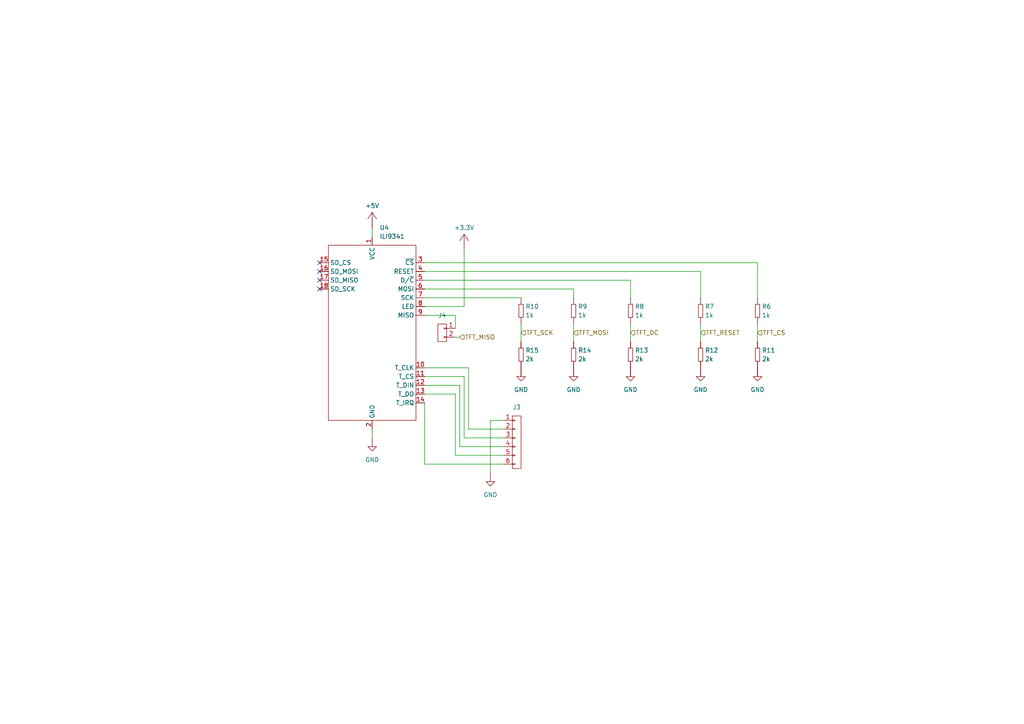
<source format=kicad_sch>
(kicad_sch
	(version 20250114)
	(generator "eeschema")
	(generator_version "9.0")
	(uuid "d1365c43-0c79-4af1-86ff-fbb3117989de")
	(paper "A4")
	(lib_symbols
		(symbol "common:Resistor"
			(pin_numbers
				(hide yes)
			)
			(exclude_from_sim no)
			(in_bom yes)
			(on_board yes)
			(property "Reference" "R"
				(at 0 -2 0)
				(effects
					(font
						(size 1.27 1.27)
					)
				)
			)
			(property "Value" "Ohm"
				(at 0 2 0)
				(effects
					(font
						(size 1.27 1.27)
					)
				)
			)
			(property "Footprint" ""
				(at 0 0 0)
				(effects
					(font
						(size 1.27 1.27)
					)
					(hide yes)
				)
			)
			(property "Datasheet" ""
				(at 0 0 0)
				(effects
					(font
						(size 1.27 1.27)
					)
					(hide yes)
				)
			)
			(property "Description" "Resistor"
				(at 0 -3.5 0)
				(effects
					(font
						(size 1.27 1.27)
					)
					(hide yes)
				)
			)
			(symbol "Resistor_0_1"
				(rectangle
					(start -1.905 0.635)
					(end 1.905 -0.635)
					(stroke
						(width 0)
						(type default)
					)
					(fill
						(type none)
					)
				)
			)
			(symbol "Resistor_1_1"
				(pin passive line
					(at -3.81 0 0)
					(length 1.9)
					(name "~"
						(effects
							(font
								(size 1.27 1.27)
							)
						)
					)
					(number "1"
						(effects
							(font
								(size 1.27 1.27)
							)
						)
					)
				)
				(pin passive line
					(at 3.81 0 180)
					(length 1.9)
					(name "~"
						(effects
							(font
								(size 1.27 1.27)
							)
						)
					)
					(number "2"
						(effects
							(font
								(size 1.27 1.27)
							)
						)
					)
				)
			)
			(embedded_fonts no)
		)
		(symbol "connector:Pin_01x02"
			(exclude_from_sim no)
			(in_bom yes)
			(on_board yes)
			(property "Reference" "J"
				(at 0 0 0)
				(effects
					(font
						(size 1.27 1.27)
					)
				)
			)
			(property "Value" "~"
				(at 0 -3.5 0)
				(effects
					(font
						(size 1.27 1.27)
					)
					(hide yes)
				)
			)
			(property "Footprint" ""
				(at 0 0 0)
				(effects
					(font
						(size 1.27 1.27)
					)
					(hide yes)
				)
			)
			(property "Datasheet" ""
				(at 0 0 0)
				(effects
					(font
						(size 1.27 1.27)
					)
					(hide yes)
				)
			)
			(property "Description" "Generic Pin 01x02"
				(at 0 -5 0)
				(effects
					(font
						(size 1.27 1.27)
					)
					(hide yes)
				)
			)
			(symbol "Pin_01x02_0_1"
				(rectangle
					(start -1.27 2.54)
					(end 1.27 -2.54)
					(stroke
						(width 0)
						(type default)
					)
					(fill
						(type none)
					)
				)
				(polyline
					(pts
						(xy 1.27 1.397) (xy 0.508 1.397) (xy 0.508 1.143) (xy 1.27 1.143)
					)
					(stroke
						(width 0)
						(type default)
					)
					(fill
						(type none)
					)
				)
				(polyline
					(pts
						(xy 1.27 -1.143) (xy 0.508 -1.143) (xy 0.508 -1.397) (xy 1.27 -1.397)
					)
					(stroke
						(width 0)
						(type default)
					)
					(fill
						(type none)
					)
				)
			)
			(symbol "Pin_01x02_1_1"
				(pin passive line
					(at 3.81 1.27 180)
					(length 2.54)
					(name "~"
						(effects
							(font
								(size 1.27 1.27)
							)
						)
					)
					(number "1"
						(effects
							(font
								(size 1.27 1.27)
							)
						)
					)
				)
				(pin passive line
					(at 3.81 -1.27 180)
					(length 2.54)
					(name "~"
						(effects
							(font
								(size 1.27 1.27)
							)
						)
					)
					(number "2"
						(effects
							(font
								(size 1.27 1.27)
							)
						)
					)
				)
			)
			(embedded_fonts no)
		)
		(symbol "connector:Pin_01x06"
			(exclude_from_sim no)
			(in_bom yes)
			(on_board yes)
			(property "Reference" "J"
				(at 0 0 0)
				(effects
					(font
						(size 1.27 1.27)
					)
				)
			)
			(property "Value" "~"
				(at 0 -8.5 0)
				(effects
					(font
						(size 1.27 1.27)
					)
					(hide yes)
				)
			)
			(property "Footprint" ""
				(at 0 0 0)
				(effects
					(font
						(size 1.27 1.27)
					)
					(hide yes)
				)
			)
			(property "Datasheet" ""
				(at 0 0 0)
				(effects
					(font
						(size 1.27 1.27)
					)
					(hide yes)
				)
			)
			(property "Description" "Generic Pin 01x06"
				(at 0 -10 0)
				(effects
					(font
						(size 1.27 1.27)
					)
					(hide yes)
				)
			)
			(symbol "Pin_01x06_0_1"
				(rectangle
					(start -1.27 7.62)
					(end 1.27 -7.62)
					(stroke
						(width 0)
						(type default)
					)
					(fill
						(type none)
					)
				)
				(polyline
					(pts
						(xy 1.27 6.477) (xy 0.508 6.477) (xy 0.508 6.223) (xy 1.27 6.223)
					)
					(stroke
						(width 0)
						(type default)
					)
					(fill
						(type none)
					)
				)
				(polyline
					(pts
						(xy 1.27 3.937) (xy 0.508 3.937) (xy 0.508 3.683) (xy 1.27 3.683)
					)
					(stroke
						(width 0)
						(type default)
					)
					(fill
						(type none)
					)
				)
				(polyline
					(pts
						(xy 1.27 1.397) (xy 0.508 1.397) (xy 0.508 1.143) (xy 1.27 1.143)
					)
					(stroke
						(width 0)
						(type default)
					)
					(fill
						(type none)
					)
				)
				(polyline
					(pts
						(xy 1.27 -1.143) (xy 0.508 -1.143) (xy 0.508 -1.397) (xy 1.27 -1.397)
					)
					(stroke
						(width 0)
						(type default)
					)
					(fill
						(type none)
					)
				)
				(polyline
					(pts
						(xy 1.27 -3.683) (xy 0.508 -3.683) (xy 0.508 -3.937) (xy 1.27 -3.937)
					)
					(stroke
						(width 0)
						(type default)
					)
					(fill
						(type none)
					)
				)
				(polyline
					(pts
						(xy 1.27 -6.223) (xy 0.508 -6.223) (xy 0.508 -6.477) (xy 1.27 -6.477)
					)
					(stroke
						(width 0)
						(type default)
					)
					(fill
						(type none)
					)
				)
			)
			(symbol "Pin_01x06_1_1"
				(pin passive line
					(at 3.81 6.35 180)
					(length 2.54)
					(name "~"
						(effects
							(font
								(size 1.27 1.27)
							)
						)
					)
					(number "1"
						(effects
							(font
								(size 1.27 1.27)
							)
						)
					)
				)
				(pin passive line
					(at 3.81 3.81 180)
					(length 2.54)
					(name "~"
						(effects
							(font
								(size 1.27 1.27)
							)
						)
					)
					(number "2"
						(effects
							(font
								(size 1.27 1.27)
							)
						)
					)
				)
				(pin passive line
					(at 3.81 1.27 180)
					(length 2.54)
					(name "~"
						(effects
							(font
								(size 1.27 1.27)
							)
						)
					)
					(number "3"
						(effects
							(font
								(size 1.27 1.27)
							)
						)
					)
				)
				(pin passive line
					(at 3.81 -1.27 180)
					(length 2.54)
					(name "~"
						(effects
							(font
								(size 1.27 1.27)
							)
						)
					)
					(number "4"
						(effects
							(font
								(size 1.27 1.27)
							)
						)
					)
				)
				(pin passive line
					(at 3.81 -3.81 180)
					(length 2.54)
					(name "~"
						(effects
							(font
								(size 1.27 1.27)
							)
						)
					)
					(number "5"
						(effects
							(font
								(size 1.27 1.27)
							)
						)
					)
				)
				(pin passive line
					(at 3.81 -6.35 180)
					(length 2.54)
					(name "~"
						(effects
							(font
								(size 1.27 1.27)
							)
						)
					)
					(number "6"
						(effects
							(font
								(size 1.27 1.27)
							)
						)
					)
				)
			)
			(embedded_fonts no)
		)
		(symbol "display:ILI9341"
			(exclude_from_sim no)
			(in_bom yes)
			(on_board yes)
			(property "Reference" "U"
				(at -11.43 26.924 0)
				(effects
					(font
						(size 1.27 1.27)
					)
				)
			)
			(property "Value" "ILI9341"
				(at 9.144 27.432 0)
				(effects
					(font
						(size 1.27 1.27)
					)
				)
			)
			(property "Footprint" ""
				(at 0 0 0)
				(effects
					(font
						(size 1.27 1.27)
					)
					(hide yes)
				)
			)
			(property "Datasheet" "https://cdn-shop.adafruit.com/datasheets/ILI9341.pdf"
				(at 1.016 -42.926 0)
				(effects
					(font
						(size 1.27 1.27)
					)
					(hide yes)
				)
			)
			(property "Description" "3.2 TFT SPI 240x320"
				(at 0.508 -39.37 0)
				(effects
					(font
						(size 1.27 1.27)
					)
					(hide yes)
				)
			)
			(symbol "ILI9341_0_0"
				(pin bidirectional line
					(at -15.24 20.32 0)
					(length 2.54)
					(name "SD_CS"
						(effects
							(font
								(size 1.27 1.27)
							)
						)
					)
					(number "15"
						(effects
							(font
								(size 1.27 1.27)
							)
						)
					)
				)
				(pin bidirectional line
					(at -15.24 17.78 0)
					(length 2.54)
					(name "SD_MOSI"
						(effects
							(font
								(size 1.27 1.27)
							)
						)
					)
					(number "16"
						(effects
							(font
								(size 1.27 1.27)
							)
						)
					)
				)
				(pin bidirectional line
					(at -15.24 15.24 0)
					(length 2.54)
					(name "SD_MISO"
						(effects
							(font
								(size 1.27 1.27)
							)
						)
					)
					(number "17"
						(effects
							(font
								(size 1.27 1.27)
							)
						)
					)
				)
				(pin bidirectional line
					(at -15.24 12.7 0)
					(length 2.54)
					(name "SD_SCK"
						(effects
							(font
								(size 1.27 1.27)
							)
						)
					)
					(number "18"
						(effects
							(font
								(size 1.27 1.27)
							)
						)
					)
				)
				(pin power_in line
					(at 0 27.94 270)
					(length 2.54)
					(name "VCC"
						(effects
							(font
								(size 1.27 1.27)
							)
						)
					)
					(number "1"
						(effects
							(font
								(size 1.27 1.27)
							)
						)
					)
				)
				(pin power_in line
					(at 0 -27.94 90)
					(length 2.54)
					(name "GND"
						(effects
							(font
								(size 1.27 1.27)
							)
						)
					)
					(number "2"
						(effects
							(font
								(size 1.27 1.27)
							)
						)
					)
				)
				(pin input line
					(at 15.24 20.32 180)
					(length 2.54)
					(name "~{CS}"
						(effects
							(font
								(size 1.27 1.27)
							)
						)
					)
					(number "3"
						(effects
							(font
								(size 1.27 1.27)
							)
						)
					)
				)
				(pin input line
					(at 15.24 17.78 180)
					(length 2.54)
					(name "RESET"
						(effects
							(font
								(size 1.27 1.27)
							)
						)
					)
					(number "4"
						(effects
							(font
								(size 1.27 1.27)
							)
						)
					)
				)
				(pin input line
					(at 15.24 15.24 180)
					(length 2.54)
					(name "D/~{C}"
						(effects
							(font
								(size 1.27 1.27)
							)
						)
					)
					(number "5"
						(effects
							(font
								(size 1.27 1.27)
							)
						)
					)
				)
				(pin input line
					(at 15.24 12.7 180)
					(length 2.54)
					(name "MOSI"
						(effects
							(font
								(size 1.27 1.27)
							)
						)
					)
					(number "6"
						(effects
							(font
								(size 1.27 1.27)
							)
						)
					)
				)
				(pin input line
					(at 15.24 10.16 180)
					(length 2.54)
					(name "SCK"
						(effects
							(font
								(size 1.27 1.27)
							)
						)
					)
					(number "7"
						(effects
							(font
								(size 1.27 1.27)
							)
						)
					)
				)
				(pin input line
					(at 15.24 7.62 180)
					(length 2.54)
					(name "LED"
						(effects
							(font
								(size 1.27 1.27)
							)
						)
					)
					(number "8"
						(effects
							(font
								(size 1.27 1.27)
							)
						)
					)
				)
				(pin output line
					(at 15.24 5.08 180)
					(length 2.54)
					(name "MISO"
						(effects
							(font
								(size 1.27 1.27)
							)
						)
					)
					(number "9"
						(effects
							(font
								(size 1.27 1.27)
							)
						)
					)
				)
				(pin input line
					(at 15.24 -10.16 180)
					(length 2.54)
					(name "T_CLK"
						(effects
							(font
								(size 1.27 1.27)
							)
						)
					)
					(number "10"
						(effects
							(font
								(size 1.27 1.27)
							)
						)
					)
				)
				(pin input line
					(at 15.24 -12.7 180)
					(length 2.54)
					(name "T_CS"
						(effects
							(font
								(size 1.27 1.27)
							)
						)
					)
					(number "11"
						(effects
							(font
								(size 1.27 1.27)
							)
						)
					)
				)
				(pin bidirectional line
					(at 15.24 -15.24 180)
					(length 2.54)
					(name "T_DIN"
						(effects
							(font
								(size 1.27 1.27)
							)
						)
					)
					(number "12"
						(effects
							(font
								(size 1.27 1.27)
							)
						)
					)
				)
				(pin bidirectional line
					(at 15.24 -17.78 180)
					(length 2.54)
					(name "T_DO"
						(effects
							(font
								(size 1.27 1.27)
							)
						)
					)
					(number "13"
						(effects
							(font
								(size 1.27 1.27)
							)
						)
					)
				)
				(pin bidirectional line
					(at 15.24 -20.32 180)
					(length 2.54)
					(name "T_IRQ"
						(effects
							(font
								(size 1.27 1.27)
							)
						)
					)
					(number "14"
						(effects
							(font
								(size 1.27 1.27)
							)
						)
					)
				)
			)
			(symbol "ILI9341_0_1"
				(rectangle
					(start -12.7 25.4)
					(end 12.7 -25.4)
					(stroke
						(width 0)
						(type default)
					)
					(fill
						(type none)
					)
				)
			)
			(embedded_fonts no)
		)
		(symbol "pwr:+3.3V"
			(power)
			(pin_numbers
				(hide yes)
			)
			(exclude_from_sim no)
			(in_bom no)
			(on_board no)
			(property "Reference" "#3V3"
				(at 0 5 0)
				(effects
					(font
						(size 1.27 1.27)
					)
					(hide yes)
				)
			)
			(property "Value" "3V3"
				(at 0 3 0)
				(effects
					(font
						(size 1.27 1.27)
					)
				)
			)
			(property "Footprint" ""
				(at 0 0 0)
				(effects
					(font
						(size 1.27 1.27)
					)
					(hide yes)
				)
			)
			(property "Datasheet" ""
				(at 0 0 0)
				(effects
					(font
						(size 1.27 1.27)
					)
					(hide yes)
				)
			)
			(property "Description" "+3.3V"
				(at 0 -13 0)
				(effects
					(font
						(size 1.27 1.27)
					)
					(hide yes)
				)
			)
			(symbol "+3.3V_0_1"
				(polyline
					(pts
						(xy 0 1.905) (xy -1.27 0)
					)
					(stroke
						(width 0)
						(type default)
					)
					(fill
						(type none)
					)
				)
				(polyline
					(pts
						(xy 0 1.905) (xy 1.27 0)
					)
					(stroke
						(width 0)
						(type default)
					)
					(fill
						(type none)
					)
				)
				(polyline
					(pts
						(xy 0 0) (xy 0 1.905)
					)
					(stroke
						(width 0)
						(type default)
					)
					(fill
						(type none)
					)
				)
			)
			(symbol "+3.3V_1_1"
				(pin power_in line
					(at 0 -2.54 90)
					(length 2.54)
					(name "~"
						(effects
							(font
								(size 1.27 1.27)
							)
						)
					)
					(number "1"
						(effects
							(font
								(size 1.27 1.27)
							)
						)
					)
				)
			)
			(embedded_fonts no)
		)
		(symbol "pwr:+5V"
			(power)
			(pin_numbers
				(hide yes)
			)
			(exclude_from_sim no)
			(in_bom no)
			(on_board no)
			(property "Reference" "#5V"
				(at 0 5 0)
				(effects
					(font
						(size 1.27 1.27)
					)
					(hide yes)
				)
			)
			(property "Value" "5V"
				(at 0 3 0)
				(effects
					(font
						(size 1.27 1.27)
					)
				)
			)
			(property "Footprint" ""
				(at 0 0 0)
				(effects
					(font
						(size 1.27 1.27)
					)
					(hide yes)
				)
			)
			(property "Datasheet" ""
				(at 0 0 0)
				(effects
					(font
						(size 1.27 1.27)
					)
					(hide yes)
				)
			)
			(property "Description" "+5V"
				(at 0 -13 0)
				(effects
					(font
						(size 1.27 1.27)
					)
					(hide yes)
				)
			)
			(symbol "+5V_0_1"
				(polyline
					(pts
						(xy 0 1.905) (xy -1.27 0)
					)
					(stroke
						(width 0)
						(type default)
					)
					(fill
						(type none)
					)
				)
				(polyline
					(pts
						(xy 0 1.905) (xy 1.27 0)
					)
					(stroke
						(width 0)
						(type default)
					)
					(fill
						(type none)
					)
				)
				(polyline
					(pts
						(xy 0 0) (xy 0 1.905)
					)
					(stroke
						(width 0)
						(type default)
					)
					(fill
						(type none)
					)
				)
			)
			(symbol "+5V_1_1"
				(pin power_in line
					(at 0 -2.54 90)
					(length 2.54)
					(name "~"
						(effects
							(font
								(size 1.27 1.27)
							)
						)
					)
					(number "1"
						(effects
							(font
								(size 1.27 1.27)
							)
						)
					)
				)
			)
			(embedded_fonts no)
		)
		(symbol "pwr:GND"
			(power)
			(pin_numbers
				(hide yes)
			)
			(exclude_from_sim no)
			(in_bom no)
			(on_board no)
			(property "Reference" "#GND"
				(at 0 13 0)
				(effects
					(font
						(size 1.27 1.27)
					)
					(hide yes)
				)
			)
			(property "Value" "GND"
				(at 0 -2.5 0)
				(effects
					(font
						(size 1.27 1.27)
					)
				)
			)
			(property "Footprint" ""
				(at 0 0 0)
				(effects
					(font
						(size 1.27 1.27)
					)
					(hide yes)
				)
			)
			(property "Datasheet" ""
				(at 0 0 0)
				(effects
					(font
						(size 1.27 1.27)
					)
					(hide yes)
				)
			)
			(property "Description" "Ground"
				(at 0 -4.5 0)
				(effects
					(font
						(size 1.27 1.27)
					)
					(hide yes)
				)
			)
			(symbol "GND_0_1"
				(polyline
					(pts
						(xy 0 0) (xy 1.27 0) (xy 0 -1.27) (xy -1.27 0) (xy 0 0)
					)
					(stroke
						(width 0)
						(type default)
					)
					(fill
						(type none)
					)
				)
			)
			(symbol "GND_1_1"
				(pin power_in line
					(at 0 2.54 270)
					(length 2.54)
					(name "~"
						(effects
							(font
								(size 1.27 1.27)
							)
						)
					)
					(number "1"
						(effects
							(font
								(size 1.27 1.27)
							)
						)
					)
				)
			)
			(embedded_fonts no)
		)
	)
	(no_connect
		(at 92.71 78.74)
		(uuid "752c4acc-84e8-4e33-a0a7-67f714478289")
	)
	(no_connect
		(at 92.71 83.82)
		(uuid "ae6952b8-15ee-4f13-ac0a-1b8091ea2988")
	)
	(no_connect
		(at 92.71 76.2)
		(uuid "e055e859-8ddb-4c03-a75e-32d7520f57df")
	)
	(no_connect
		(at 92.71 81.28)
		(uuid "ef375d4e-5ccc-4174-b04f-1fa1b9c8c880")
	)
	(wire
		(pts
			(xy 132.08 132.08) (xy 146.05 132.08)
		)
		(stroke
			(width 0)
			(type default)
		)
		(uuid "0447f9da-c49c-4b2e-938d-8c650aad3c94")
	)
	(wire
		(pts
			(xy 123.19 116.84) (xy 123.19 134.62)
		)
		(stroke
			(width 0)
			(type default)
		)
		(uuid "0539e081-5d2a-45d2-9af0-390f159a19fc")
	)
	(wire
		(pts
			(xy 123.19 106.68) (xy 135.89 106.68)
		)
		(stroke
			(width 0)
			(type default)
		)
		(uuid "079ee77d-38e8-4777-b07a-4aec5b104e5c")
	)
	(wire
		(pts
			(xy 134.62 127) (xy 146.05 127)
		)
		(stroke
			(width 0)
			(type default)
		)
		(uuid "0e2ed8fa-3be7-4720-89e7-b113801d393e")
	)
	(wire
		(pts
			(xy 134.62 72.39) (xy 134.62 88.9)
		)
		(stroke
			(width 0)
			(type default)
		)
		(uuid "1860a352-b6bb-40f6-b50e-1138bcdda73e")
	)
	(wire
		(pts
			(xy 134.62 109.22) (xy 134.62 127)
		)
		(stroke
			(width 0)
			(type default)
		)
		(uuid "1917e45d-0345-4c20-8145-b95972126a16")
	)
	(wire
		(pts
			(xy 166.37 86.36) (xy 166.37 83.82)
		)
		(stroke
			(width 0)
			(type default)
		)
		(uuid "216730f9-4167-4988-8e37-b112b3ccc5a1")
	)
	(wire
		(pts
			(xy 123.19 76.2) (xy 219.71 76.2)
		)
		(stroke
			(width 0)
			(type default)
		)
		(uuid "23fa22ce-8fe4-4b7c-a2e8-c44e9bb37395")
	)
	(wire
		(pts
			(xy 123.19 134.62) (xy 146.05 134.62)
		)
		(stroke
			(width 0)
			(type default)
		)
		(uuid "36c83fac-792d-4974-9342-328c0f3690f2")
	)
	(wire
		(pts
			(xy 107.95 127) (xy 107.95 124.46)
		)
		(stroke
			(width 0)
			(type default)
		)
		(uuid "3baca3cb-b274-4707-9dd1-beacfdd28e38")
	)
	(wire
		(pts
			(xy 203.2 86.36) (xy 203.2 78.74)
		)
		(stroke
			(width 0)
			(type default)
		)
		(uuid "3fdd2dc5-dec4-4a93-bacf-3b5c09e98152")
	)
	(wire
		(pts
			(xy 132.08 114.3) (xy 132.08 132.08)
		)
		(stroke
			(width 0)
			(type default)
		)
		(uuid "46358ec5-e8ad-4a7f-be08-7e975c1561e0")
	)
	(wire
		(pts
			(xy 135.89 106.68) (xy 135.89 124.46)
		)
		(stroke
			(width 0)
			(type default)
		)
		(uuid "46b0a2ed-9034-44c6-9842-ce38f1299b4e")
	)
	(wire
		(pts
			(xy 135.89 124.46) (xy 146.05 124.46)
		)
		(stroke
			(width 0)
			(type default)
		)
		(uuid "4a4d3cdf-846c-46cc-8ed3-b24cebbfd40e")
	)
	(wire
		(pts
			(xy 133.35 97.79) (xy 132.08 97.79)
		)
		(stroke
			(width 0)
			(type default)
		)
		(uuid "67a8d626-8bb4-49af-ab05-3c5726c592cd")
	)
	(wire
		(pts
			(xy 219.71 93.98) (xy 219.71 99.06)
		)
		(stroke
			(width 0)
			(type default)
		)
		(uuid "6c061fdc-8e35-4884-8080-300bca19ee9e")
	)
	(wire
		(pts
			(xy 123.19 83.82) (xy 166.37 83.82)
		)
		(stroke
			(width 0)
			(type default)
		)
		(uuid "72ef5d2b-1a14-4c01-85e4-4c7236436149")
	)
	(wire
		(pts
			(xy 182.88 93.98) (xy 182.88 99.06)
		)
		(stroke
			(width 0)
			(type default)
		)
		(uuid "7b789d38-508e-4d58-8dd5-25f3b603ded1")
	)
	(wire
		(pts
			(xy 123.19 88.9) (xy 134.62 88.9)
		)
		(stroke
			(width 0)
			(type default)
		)
		(uuid "7bf1a93e-e959-4323-8f91-6eef870ee0a6")
	)
	(wire
		(pts
			(xy 182.88 86.36) (xy 182.88 81.28)
		)
		(stroke
			(width 0)
			(type default)
		)
		(uuid "7ea336a9-97bb-4935-9a6c-81521993e640")
	)
	(wire
		(pts
			(xy 142.24 137.16) (xy 142.24 121.92)
		)
		(stroke
			(width 0)
			(type default)
		)
		(uuid "8556bd72-a6ac-4279-86de-39d347bd6e97")
	)
	(wire
		(pts
			(xy 123.19 81.28) (xy 182.88 81.28)
		)
		(stroke
			(width 0)
			(type default)
		)
		(uuid "9119540f-048b-491e-a889-20f5107c4c89")
	)
	(wire
		(pts
			(xy 219.71 76.2) (xy 219.71 86.36)
		)
		(stroke
			(width 0)
			(type default)
		)
		(uuid "93a4f4de-bc56-4402-be1e-fbb9a7eec31f")
	)
	(wire
		(pts
			(xy 123.19 78.74) (xy 203.2 78.74)
		)
		(stroke
			(width 0)
			(type default)
		)
		(uuid "9de0174a-c120-4488-a955-ef0efef00dc1")
	)
	(wire
		(pts
			(xy 142.24 121.92) (xy 146.05 121.92)
		)
		(stroke
			(width 0)
			(type default)
		)
		(uuid "9f0c6aaf-7f5b-419e-beef-ec0fbe48ce42")
	)
	(wire
		(pts
			(xy 123.19 109.22) (xy 134.62 109.22)
		)
		(stroke
			(width 0)
			(type default)
		)
		(uuid "a9151d32-0f0f-4235-9628-ae49203ae089")
	)
	(wire
		(pts
			(xy 203.2 93.98) (xy 203.2 99.06)
		)
		(stroke
			(width 0)
			(type default)
		)
		(uuid "adb116bc-fbec-4d9e-a697-a36c1fb47213")
	)
	(wire
		(pts
			(xy 132.08 91.44) (xy 123.19 91.44)
		)
		(stroke
			(width 0)
			(type default)
		)
		(uuid "b1236a26-339b-42ca-b781-2ce96c4c6a29")
	)
	(wire
		(pts
			(xy 151.13 93.98) (xy 151.13 99.06)
		)
		(stroke
			(width 0)
			(type default)
		)
		(uuid "b58e6e9a-9058-4f76-a562-2c37e81f584c")
	)
	(wire
		(pts
			(xy 107.95 66.04) (xy 107.95 68.58)
		)
		(stroke
			(width 0)
			(type default)
		)
		(uuid "b62b6b7f-437e-4311-9958-6d457729063a")
	)
	(wire
		(pts
			(xy 166.37 93.98) (xy 166.37 99.06)
		)
		(stroke
			(width 0)
			(type default)
		)
		(uuid "bc848e39-9e59-448f-b8e7-fe9bea3a8422")
	)
	(wire
		(pts
			(xy 133.35 111.76) (xy 133.35 129.54)
		)
		(stroke
			(width 0)
			(type default)
		)
		(uuid "ca93fccb-c9de-4c6e-8b3f-3405d72e75da")
	)
	(wire
		(pts
			(xy 123.19 86.36) (xy 151.13 86.36)
		)
		(stroke
			(width 0)
			(type default)
		)
		(uuid "d37bd237-fac2-4508-8b6d-ada79777fe13")
	)
	(wire
		(pts
			(xy 123.19 111.76) (xy 133.35 111.76)
		)
		(stroke
			(width 0)
			(type default)
		)
		(uuid "d93719aa-3d4f-4b22-9b0c-e8ec67791069")
	)
	(wire
		(pts
			(xy 132.08 95.25) (xy 132.08 91.44)
		)
		(stroke
			(width 0)
			(type default)
		)
		(uuid "d994a2ff-24a0-42af-933e-f51435375d67")
	)
	(wire
		(pts
			(xy 123.19 114.3) (xy 132.08 114.3)
		)
		(stroke
			(width 0)
			(type default)
		)
		(uuid "e1c5f290-da42-4e73-85cd-ba5640919295")
	)
	(wire
		(pts
			(xy 133.35 129.54) (xy 146.05 129.54)
		)
		(stroke
			(width 0)
			(type default)
		)
		(uuid "ff2f582c-8800-417d-ab3c-372f5456acae")
	)
	(hierarchical_label "TFT_SCK"
		(shape input)
		(at 151.13 96.52 0)
		(effects
			(font
				(size 1.27 1.27)
			)
			(justify left)
		)
		(uuid "092638d4-d364-4790-877b-c97a08534dc0")
	)
	(hierarchical_label "TFT_RESET"
		(shape input)
		(at 203.2 96.52 0)
		(effects
			(font
				(size 1.27 1.27)
			)
			(justify left)
		)
		(uuid "0fad2bb3-ff30-48b4-8e4a-7512d3fcc43b")
	)
	(hierarchical_label "TFT_MISO"
		(shape input)
		(at 133.35 97.79 0)
		(effects
			(font
				(size 1.27 1.27)
			)
			(justify left)
		)
		(uuid "6abb1701-4bd2-4c2a-a068-ecc50376afe5")
	)
	(hierarchical_label "TFT_MOSI"
		(shape input)
		(at 166.37 96.52 0)
		(effects
			(font
				(size 1.27 1.27)
			)
			(justify left)
		)
		(uuid "6e203dc8-0161-4c30-b217-e2e9bc541092")
	)
	(hierarchical_label "TFT_CS"
		(shape input)
		(at 219.71 96.52 0)
		(effects
			(font
				(size 1.27 1.27)
			)
			(justify left)
		)
		(uuid "999acf63-ba0d-4039-bc7b-1ad5ea557f3a")
	)
	(hierarchical_label "TFT_DC"
		(shape input)
		(at 182.88 96.52 0)
		(effects
			(font
				(size 1.27 1.27)
			)
			(justify left)
		)
		(uuid "e256b00a-a3af-4823-b137-e57bedcd951f")
	)
	(symbol
		(lib_id "pwr:GND")
		(at 166.37 109.22 0)
		(unit 1)
		(exclude_from_sim no)
		(in_bom no)
		(on_board no)
		(dnp no)
		(fields_autoplaced yes)
		(uuid "0164c86b-2dbc-4b92-84da-e071cd1b6eb1")
		(property "Reference" "#GND025"
			(at 166.37 96.22 0)
			(effects
				(font
					(size 1.27 1.27)
				)
				(hide yes)
			)
		)
		(property "Value" "GND"
			(at 166.37 113.03 0)
			(effects
				(font
					(size 1.27 1.27)
				)
			)
		)
		(property "Footprint" ""
			(at 166.37 109.22 0)
			(effects
				(font
					(size 1.27 1.27)
				)
				(hide yes)
			)
		)
		(property "Datasheet" ""
			(at 166.37 109.22 0)
			(effects
				(font
					(size 1.27 1.27)
				)
				(hide yes)
			)
		)
		(property "Description" "Ground"
			(at 166.37 113.72 0)
			(effects
				(font
					(size 1.27 1.27)
				)
				(hide yes)
			)
		)
		(pin "1"
			(uuid "e6c9f515-fef2-46e1-ad7f-b019eb47eb75")
		)
		(instances
			(project "controller"
				(path "/beaf00ba-d60c-407c-adfe-9d518bae0b16/cc1add63-85b7-48c9-bd2f-968906ef3f97"
					(reference "#GND025")
					(unit 1)
				)
			)
		)
	)
	(symbol
		(lib_id "pwr:+5V")
		(at 107.95 63.5 0)
		(unit 1)
		(exclude_from_sim no)
		(in_bom no)
		(on_board no)
		(dnp no)
		(fields_autoplaced yes)
		(uuid "0df31849-accd-41a3-807a-30ea22d4dc0a")
		(property "Reference" "#5V05"
			(at 107.95 58.5 0)
			(effects
				(font
					(size 1.27 1.27)
				)
				(hide yes)
			)
		)
		(property "Value" "+5V"
			(at 107.95 59.69 0)
			(effects
				(font
					(size 1.27 1.27)
				)
			)
		)
		(property "Footprint" ""
			(at 107.95 63.5 0)
			(effects
				(font
					(size 1.27 1.27)
				)
				(hide yes)
			)
		)
		(property "Datasheet" ""
			(at 107.95 63.5 0)
			(effects
				(font
					(size 1.27 1.27)
				)
				(hide yes)
			)
		)
		(property "Description" "+5V"
			(at 107.95 76.5 0)
			(effects
				(font
					(size 1.27 1.27)
				)
				(hide yes)
			)
		)
		(pin "1"
			(uuid "e2a8e534-38a1-4c77-8c68-ce8d15b097f9")
		)
		(instances
			(project "controller"
				(path "/beaf00ba-d60c-407c-adfe-9d518bae0b16/cc1add63-85b7-48c9-bd2f-968906ef3f97"
					(reference "#5V05")
					(unit 1)
				)
			)
		)
	)
	(symbol
		(lib_id "pwr:+3.3V")
		(at 134.62 69.85 0)
		(unit 1)
		(exclude_from_sim no)
		(in_bom no)
		(on_board no)
		(dnp no)
		(fields_autoplaced yes)
		(uuid "170ca1b4-959a-4399-b001-c87ed889cbe4")
		(property "Reference" "#3.3V05"
			(at 134.62 64.85 0)
			(effects
				(font
					(size 1.27 1.27)
				)
				(hide yes)
			)
		)
		(property "Value" "+3.3V"
			(at 134.62 66.04 0)
			(effects
				(font
					(size 1.27 1.27)
				)
			)
		)
		(property "Footprint" ""
			(at 134.62 69.85 0)
			(effects
				(font
					(size 1.27 1.27)
				)
				(hide yes)
			)
		)
		(property "Datasheet" ""
			(at 134.62 69.85 0)
			(effects
				(font
					(size 1.27 1.27)
				)
				(hide yes)
			)
		)
		(property "Description" "+3.3V"
			(at 134.62 82.85 0)
			(effects
				(font
					(size 1.27 1.27)
				)
				(hide yes)
			)
		)
		(pin "1"
			(uuid "b720b3cb-71f1-458a-9a59-ec02725862ac")
		)
		(instances
			(project "controller"
				(path "/beaf00ba-d60c-407c-adfe-9d518bae0b16/cc1add63-85b7-48c9-bd2f-968906ef3f97"
					(reference "#3.3V05")
					(unit 1)
				)
			)
		)
	)
	(symbol
		(lib_id "connector:Pin_01x06")
		(at 149.86 128.27 0)
		(mirror y)
		(unit 1)
		(exclude_from_sim no)
		(in_bom yes)
		(on_board yes)
		(dnp no)
		(uuid "1f386d78-6930-4379-b3b6-c89a4dc219d4")
		(property "Reference" "J3"
			(at 149.86 118.11 0)
			(effects
				(font
					(size 1.27 1.27)
				)
			)
		)
		(property "Value" "01x06"
			(at 149.86 136.77 0)
			(effects
				(font
					(size 1.27 1.27)
				)
				(hide yes)
			)
		)
		(property "Footprint" "connector:Pin_01x06"
			(at 149.86 128.27 0)
			(effects
				(font
					(size 1.27 1.27)
				)
				(hide yes)
			)
		)
		(property "Datasheet" ""
			(at 149.86 128.27 0)
			(effects
				(font
					(size 1.27 1.27)
				)
				(hide yes)
			)
		)
		(property "Description" "Generic Pin 01x06"
			(at 149.86 138.27 0)
			(effects
				(font
					(size 1.27 1.27)
				)
				(hide yes)
			)
		)
		(property "Ext. Price" ""
			(at 149.86 128.27 0)
			(effects
				(font
					(size 1.27 1.27)
				)
				(hide yes)
			)
		)
		(property "LCSC Part" ""
			(at 149.86 128.27 0)
			(effects
				(font
					(size 1.27 1.27)
				)
				(hide yes)
			)
		)
		(pin "2"
			(uuid "2f71ef2f-9a80-4654-9f2d-45a17bd83387")
		)
		(pin "1"
			(uuid "b2f7b9a4-079d-4774-86c1-fe1f3921d947")
		)
		(pin "6"
			(uuid "951f9964-6cea-4171-98e1-54953ff9f079")
		)
		(pin "4"
			(uuid "ba8c6118-29df-43c5-ae03-3fc81942c50d")
		)
		(pin "5"
			(uuid "81fb3d59-69ee-405b-80e0-44fd793872fc")
		)
		(pin "3"
			(uuid "bfabb673-5119-43b6-bfd8-a3e4ccc326d8")
		)
		(instances
			(project "controller"
				(path "/beaf00ba-d60c-407c-adfe-9d518bae0b16/cc1add63-85b7-48c9-bd2f-968906ef3f97"
					(reference "J3")
					(unit 1)
				)
			)
		)
	)
	(symbol
		(lib_id "common:Resistor")
		(at 151.13 90.17 90)
		(unit 1)
		(exclude_from_sim no)
		(in_bom yes)
		(on_board yes)
		(dnp no)
		(fields_autoplaced yes)
		(uuid "23794c78-85a5-4761-ac0f-3dd65ed5a26c")
		(property "Reference" "R10"
			(at 152.4 88.8999 90)
			(effects
				(font
					(size 1.27 1.27)
				)
				(justify right)
			)
		)
		(property "Value" "1k"
			(at 152.4 91.4399 90)
			(effects
				(font
					(size 1.27 1.27)
				)
				(justify right)
			)
		)
		(property "Footprint" "common:R_0603"
			(at 151.13 90.17 0)
			(effects
				(font
					(size 1.27 1.27)
				)
				(hide yes)
			)
		)
		(property "Datasheet" ""
			(at 151.13 90.17 0)
			(effects
				(font
					(size 1.27 1.27)
				)
				(hide yes)
			)
		)
		(property "Description" "Resistor"
			(at 154.63 90.17 0)
			(effects
				(font
					(size 1.27 1.27)
				)
				(hide yes)
			)
		)
		(property "Ext. Price" "0.07"
			(at 151.13 90.17 90)
			(effects
				(font
					(size 1.27 1.27)
				)
				(hide yes)
			)
		)
		(property "LCSC Part" "C2907113"
			(at 151.13 90.17 90)
			(effects
				(font
					(size 1.27 1.27)
				)
				(hide yes)
			)
		)
		(property "Manufacturer" "FOJAN"
			(at 151.13 90.17 90)
			(effects
				(font
					(size 1.27 1.27)
				)
				(hide yes)
			)
		)
		(property "Manufacturer Part" "FRC0603J102 TS"
			(at 151.13 90.17 90)
			(effects
				(font
					(size 1.27 1.27)
				)
				(hide yes)
			)
		)
		(property "Unit Price" "0.0007"
			(at 151.13 90.17 90)
			(effects
				(font
					(size 1.27 1.27)
				)
				(hide yes)
			)
		)
		(pin "1"
			(uuid "ebd91b82-a1b7-44fa-85eb-7b66bc595b91")
		)
		(pin "2"
			(uuid "42b12161-73bd-4e6d-8708-f166b98b10c7")
		)
		(instances
			(project "controller"
				(path "/beaf00ba-d60c-407c-adfe-9d518bae0b16/cc1add63-85b7-48c9-bd2f-968906ef3f97"
					(reference "R10")
					(unit 1)
				)
			)
		)
	)
	(symbol
		(lib_id "common:Resistor")
		(at 219.71 102.87 90)
		(unit 1)
		(exclude_from_sim no)
		(in_bom yes)
		(on_board yes)
		(dnp no)
		(fields_autoplaced yes)
		(uuid "23d3c7a4-05d9-4af6-a780-f5d2305b1a09")
		(property "Reference" "R11"
			(at 220.98 101.5999 90)
			(effects
				(font
					(size 1.27 1.27)
				)
				(justify right)
			)
		)
		(property "Value" "2k"
			(at 220.98 104.1399 90)
			(effects
				(font
					(size 1.27 1.27)
				)
				(justify right)
			)
		)
		(property "Footprint" "common:R_0603"
			(at 219.71 102.87 0)
			(effects
				(font
					(size 1.27 1.27)
				)
				(hide yes)
			)
		)
		(property "Datasheet" ""
			(at 219.71 102.87 0)
			(effects
				(font
					(size 1.27 1.27)
				)
				(hide yes)
			)
		)
		(property "Description" "Resistor"
			(at 223.21 102.87 0)
			(effects
				(font
					(size 1.27 1.27)
				)
				(hide yes)
			)
		)
		(property "Ext. Price" "0.09"
			(at 219.71 102.87 90)
			(effects
				(font
					(size 1.27 1.27)
				)
				(hide yes)
			)
		)
		(property "LCSC Part" "C2907022"
			(at 219.71 102.87 90)
			(effects
				(font
					(size 1.27 1.27)
				)
				(hide yes)
			)
		)
		(property "Manufacturer" "FOJAN"
			(at 219.71 102.87 90)
			(effects
				(font
					(size 1.27 1.27)
				)
				(hide yes)
			)
		)
		(property "Manufacturer Part" "FRC0603F2001TS"
			(at 219.71 102.87 90)
			(effects
				(font
					(size 1.27 1.27)
				)
				(hide yes)
			)
		)
		(property "Unit Price" "0.0009"
			(at 219.71 102.87 90)
			(effects
				(font
					(size 1.27 1.27)
				)
				(hide yes)
			)
		)
		(pin "1"
			(uuid "96429429-a72d-41d1-b9b5-b7ec3b7562ec")
		)
		(pin "2"
			(uuid "481da3aa-da8a-4d61-840e-e9933f2bae3a")
		)
		(instances
			(project "controller"
				(path "/beaf00ba-d60c-407c-adfe-9d518bae0b16/cc1add63-85b7-48c9-bd2f-968906ef3f97"
					(reference "R11")
					(unit 1)
				)
			)
		)
	)
	(symbol
		(lib_id "common:Resistor")
		(at 182.88 102.87 90)
		(unit 1)
		(exclude_from_sim no)
		(in_bom yes)
		(on_board yes)
		(dnp no)
		(fields_autoplaced yes)
		(uuid "2953170f-4cab-4487-a7f9-7f62d2a37ce4")
		(property "Reference" "R13"
			(at 184.15 101.5999 90)
			(effects
				(font
					(size 1.27 1.27)
				)
				(justify right)
			)
		)
		(property "Value" "2k"
			(at 184.15 104.1399 90)
			(effects
				(font
					(size 1.27 1.27)
				)
				(justify right)
			)
		)
		(property "Footprint" "common:R_0603"
			(at 182.88 102.87 0)
			(effects
				(font
					(size 1.27 1.27)
				)
				(hide yes)
			)
		)
		(property "Datasheet" ""
			(at 182.88 102.87 0)
			(effects
				(font
					(size 1.27 1.27)
				)
				(hide yes)
			)
		)
		(property "Description" "Resistor"
			(at 186.38 102.87 0)
			(effects
				(font
					(size 1.27 1.27)
				)
				(hide yes)
			)
		)
		(property "Ext. Price" "0.09"
			(at 182.88 102.87 90)
			(effects
				(font
					(size 1.27 1.27)
				)
				(hide yes)
			)
		)
		(property "LCSC Part" "C2907022"
			(at 182.88 102.87 90)
			(effects
				(font
					(size 1.27 1.27)
				)
				(hide yes)
			)
		)
		(property "Manufacturer" "FOJAN"
			(at 182.88 102.87 90)
			(effects
				(font
					(size 1.27 1.27)
				)
				(hide yes)
			)
		)
		(property "Manufacturer Part" "FRC0603F2001TS"
			(at 182.88 102.87 90)
			(effects
				(font
					(size 1.27 1.27)
				)
				(hide yes)
			)
		)
		(property "Unit Price" "0.0009"
			(at 182.88 102.87 90)
			(effects
				(font
					(size 1.27 1.27)
				)
				(hide yes)
			)
		)
		(pin "1"
			(uuid "80c88fa8-467e-4b8b-9e13-e94f3295d16e")
		)
		(pin "2"
			(uuid "3146f7eb-d0d8-4747-9c94-8ef77c6c0e4b")
		)
		(instances
			(project "controller"
				(path "/beaf00ba-d60c-407c-adfe-9d518bae0b16/cc1add63-85b7-48c9-bd2f-968906ef3f97"
					(reference "R13")
					(unit 1)
				)
			)
		)
	)
	(symbol
		(lib_id "pwr:GND")
		(at 107.95 129.54 0)
		(unit 1)
		(exclude_from_sim no)
		(in_bom no)
		(on_board no)
		(dnp no)
		(fields_autoplaced yes)
		(uuid "371ff206-6804-4bdc-9699-7ba4121bd534")
		(property "Reference" "#GND023"
			(at 107.95 116.54 0)
			(effects
				(font
					(size 1.27 1.27)
				)
				(hide yes)
			)
		)
		(property "Value" "GND"
			(at 107.95 133.35 0)
			(effects
				(font
					(size 1.27 1.27)
				)
			)
		)
		(property "Footprint" ""
			(at 107.95 129.54 0)
			(effects
				(font
					(size 1.27 1.27)
				)
				(hide yes)
			)
		)
		(property "Datasheet" ""
			(at 107.95 129.54 0)
			(effects
				(font
					(size 1.27 1.27)
				)
				(hide yes)
			)
		)
		(property "Description" "Ground"
			(at 107.95 134.04 0)
			(effects
				(font
					(size 1.27 1.27)
				)
				(hide yes)
			)
		)
		(pin "1"
			(uuid "96e90e60-e8dc-4f5f-891a-eb26fe729a89")
		)
		(instances
			(project "controller"
				(path "/beaf00ba-d60c-407c-adfe-9d518bae0b16/cc1add63-85b7-48c9-bd2f-968906ef3f97"
					(reference "#GND023")
					(unit 1)
				)
			)
		)
	)
	(symbol
		(lib_id "pwr:GND")
		(at 219.71 109.22 0)
		(unit 1)
		(exclude_from_sim no)
		(in_bom no)
		(on_board no)
		(dnp no)
		(fields_autoplaced yes)
		(uuid "44562425-55d5-488f-aa8e-56fa5a607ce0")
		(property "Reference" "#GND028"
			(at 219.71 96.22 0)
			(effects
				(font
					(size 1.27 1.27)
				)
				(hide yes)
			)
		)
		(property "Value" "GND"
			(at 219.71 113.03 0)
			(effects
				(font
					(size 1.27 1.27)
				)
			)
		)
		(property "Footprint" ""
			(at 219.71 109.22 0)
			(effects
				(font
					(size 1.27 1.27)
				)
				(hide yes)
			)
		)
		(property "Datasheet" ""
			(at 219.71 109.22 0)
			(effects
				(font
					(size 1.27 1.27)
				)
				(hide yes)
			)
		)
		(property "Description" "Ground"
			(at 219.71 113.72 0)
			(effects
				(font
					(size 1.27 1.27)
				)
				(hide yes)
			)
		)
		(pin "1"
			(uuid "df63366e-d989-4b13-a9cd-4aeb6bf0174e")
		)
		(instances
			(project "controller"
				(path "/beaf00ba-d60c-407c-adfe-9d518bae0b16/cc1add63-85b7-48c9-bd2f-968906ef3f97"
					(reference "#GND028")
					(unit 1)
				)
			)
		)
	)
	(symbol
		(lib_id "common:Resistor")
		(at 166.37 90.17 90)
		(unit 1)
		(exclude_from_sim no)
		(in_bom yes)
		(on_board yes)
		(dnp no)
		(fields_autoplaced yes)
		(uuid "59bf9d2f-abc4-4817-87d3-2ee49dc95300")
		(property "Reference" "R9"
			(at 167.64 88.8999 90)
			(effects
				(font
					(size 1.27 1.27)
				)
				(justify right)
			)
		)
		(property "Value" "1k"
			(at 167.64 91.4399 90)
			(effects
				(font
					(size 1.27 1.27)
				)
				(justify right)
			)
		)
		(property "Footprint" "common:R_0603"
			(at 166.37 90.17 0)
			(effects
				(font
					(size 1.27 1.27)
				)
				(hide yes)
			)
		)
		(property "Datasheet" ""
			(at 166.37 90.17 0)
			(effects
				(font
					(size 1.27 1.27)
				)
				(hide yes)
			)
		)
		(property "Description" "Resistor"
			(at 169.87 90.17 0)
			(effects
				(font
					(size 1.27 1.27)
				)
				(hide yes)
			)
		)
		(property "Ext. Price" "0.07"
			(at 166.37 90.17 90)
			(effects
				(font
					(size 1.27 1.27)
				)
				(hide yes)
			)
		)
		(property "LCSC Part" "C2907113"
			(at 166.37 90.17 90)
			(effects
				(font
					(size 1.27 1.27)
				)
				(hide yes)
			)
		)
		(property "Manufacturer" "FOJAN"
			(at 166.37 90.17 90)
			(effects
				(font
					(size 1.27 1.27)
				)
				(hide yes)
			)
		)
		(property "Manufacturer Part" "FRC0603J102 TS"
			(at 166.37 90.17 90)
			(effects
				(font
					(size 1.27 1.27)
				)
				(hide yes)
			)
		)
		(property "Unit Price" "0.0007"
			(at 166.37 90.17 90)
			(effects
				(font
					(size 1.27 1.27)
				)
				(hide yes)
			)
		)
		(pin "1"
			(uuid "b60a3791-ae97-47d0-8b55-a3a47f09f7a8")
		)
		(pin "2"
			(uuid "1ec5b300-fee1-4475-909f-e494e3ce0117")
		)
		(instances
			(project "controller"
				(path "/beaf00ba-d60c-407c-adfe-9d518bae0b16/cc1add63-85b7-48c9-bd2f-968906ef3f97"
					(reference "R9")
					(unit 1)
				)
			)
		)
	)
	(symbol
		(lib_id "common:Resistor")
		(at 203.2 90.17 90)
		(unit 1)
		(exclude_from_sim no)
		(in_bom yes)
		(on_board yes)
		(dnp no)
		(fields_autoplaced yes)
		(uuid "616b3126-a914-4555-a314-890d8fbfd729")
		(property "Reference" "R7"
			(at 204.47 88.8999 90)
			(effects
				(font
					(size 1.27 1.27)
				)
				(justify right)
			)
		)
		(property "Value" "1k"
			(at 204.47 91.4399 90)
			(effects
				(font
					(size 1.27 1.27)
				)
				(justify right)
			)
		)
		(property "Footprint" "common:R_0603"
			(at 203.2 90.17 0)
			(effects
				(font
					(size 1.27 1.27)
				)
				(hide yes)
			)
		)
		(property "Datasheet" ""
			(at 203.2 90.17 0)
			(effects
				(font
					(size 1.27 1.27)
				)
				(hide yes)
			)
		)
		(property "Description" "Resistor"
			(at 206.7 90.17 0)
			(effects
				(font
					(size 1.27 1.27)
				)
				(hide yes)
			)
		)
		(property "Ext. Price" "0.07"
			(at 203.2 90.17 90)
			(effects
				(font
					(size 1.27 1.27)
				)
				(hide yes)
			)
		)
		(property "LCSC Part" "C2907113"
			(at 203.2 90.17 90)
			(effects
				(font
					(size 1.27 1.27)
				)
				(hide yes)
			)
		)
		(property "Manufacturer" "FOJAN"
			(at 203.2 90.17 90)
			(effects
				(font
					(size 1.27 1.27)
				)
				(hide yes)
			)
		)
		(property "Manufacturer Part" "FRC0603J102 TS"
			(at 203.2 90.17 90)
			(effects
				(font
					(size 1.27 1.27)
				)
				(hide yes)
			)
		)
		(property "Unit Price" "0.0007"
			(at 203.2 90.17 90)
			(effects
				(font
					(size 1.27 1.27)
				)
				(hide yes)
			)
		)
		(pin "2"
			(uuid "05d6bc35-6120-4d53-8336-ca727d1d89c9")
		)
		(pin "1"
			(uuid "2fef5a4a-4482-4193-8158-58e63deeaca2")
		)
		(instances
			(project "controller"
				(path "/beaf00ba-d60c-407c-adfe-9d518bae0b16/cc1add63-85b7-48c9-bd2f-968906ef3f97"
					(reference "R7")
					(unit 1)
				)
			)
		)
	)
	(symbol
		(lib_id "common:Resistor")
		(at 151.13 102.87 90)
		(unit 1)
		(exclude_from_sim no)
		(in_bom yes)
		(on_board yes)
		(dnp no)
		(fields_autoplaced yes)
		(uuid "6421578a-3bf1-4e6d-ab8d-3f59de09ca93")
		(property "Reference" "R15"
			(at 152.4 101.5999 90)
			(effects
				(font
					(size 1.27 1.27)
				)
				(justify right)
			)
		)
		(property "Value" "2k"
			(at 152.4 104.1399 90)
			(effects
				(font
					(size 1.27 1.27)
				)
				(justify right)
			)
		)
		(property "Footprint" "common:R_0603"
			(at 151.13 102.87 0)
			(effects
				(font
					(size 1.27 1.27)
				)
				(hide yes)
			)
		)
		(property "Datasheet" ""
			(at 151.13 102.87 0)
			(effects
				(font
					(size 1.27 1.27)
				)
				(hide yes)
			)
		)
		(property "Description" "Resistor"
			(at 154.63 102.87 0)
			(effects
				(font
					(size 1.27 1.27)
				)
				(hide yes)
			)
		)
		(property "Ext. Price" "0.09"
			(at 151.13 102.87 90)
			(effects
				(font
					(size 1.27 1.27)
				)
				(hide yes)
			)
		)
		(property "LCSC Part" "C2907022"
			(at 151.13 102.87 90)
			(effects
				(font
					(size 1.27 1.27)
				)
				(hide yes)
			)
		)
		(property "Manufacturer" "FOJAN"
			(at 151.13 102.87 90)
			(effects
				(font
					(size 1.27 1.27)
				)
				(hide yes)
			)
		)
		(property "Manufacturer Part" "FRC0603F2001TS"
			(at 151.13 102.87 90)
			(effects
				(font
					(size 1.27 1.27)
				)
				(hide yes)
			)
		)
		(property "Unit Price" "0.0009"
			(at 151.13 102.87 90)
			(effects
				(font
					(size 1.27 1.27)
				)
				(hide yes)
			)
		)
		(pin "2"
			(uuid "d9a76f40-5f6d-40f7-ae55-ae618fcb3621")
		)
		(pin "1"
			(uuid "a039a0de-c39e-41f6-9c06-0e7d52ea805d")
		)
		(instances
			(project "controller"
				(path "/beaf00ba-d60c-407c-adfe-9d518bae0b16/cc1add63-85b7-48c9-bd2f-968906ef3f97"
					(reference "R15")
					(unit 1)
				)
			)
		)
	)
	(symbol
		(lib_id "pwr:GND")
		(at 142.24 139.7 0)
		(unit 1)
		(exclude_from_sim no)
		(in_bom no)
		(on_board no)
		(dnp no)
		(fields_autoplaced yes)
		(uuid "728781fa-cb06-4ced-9deb-8d221359dc52")
		(property "Reference" "#GND03"
			(at 142.24 126.7 0)
			(effects
				(font
					(size 1.27 1.27)
				)
				(hide yes)
			)
		)
		(property "Value" "GND"
			(at 142.24 143.51 0)
			(effects
				(font
					(size 1.27 1.27)
				)
			)
		)
		(property "Footprint" ""
			(at 142.24 139.7 0)
			(effects
				(font
					(size 1.27 1.27)
				)
				(hide yes)
			)
		)
		(property "Datasheet" ""
			(at 142.24 139.7 0)
			(effects
				(font
					(size 1.27 1.27)
				)
				(hide yes)
			)
		)
		(property "Description" "Ground"
			(at 142.24 144.2 0)
			(effects
				(font
					(size 1.27 1.27)
				)
				(hide yes)
			)
		)
		(pin "1"
			(uuid "3d436c00-bb6d-4885-be29-c2ba6cf6e46d")
		)
		(instances
			(project ""
				(path "/beaf00ba-d60c-407c-adfe-9d518bae0b16/cc1add63-85b7-48c9-bd2f-968906ef3f97"
					(reference "#GND03")
					(unit 1)
				)
			)
		)
	)
	(symbol
		(lib_id "connector:Pin_01x02")
		(at 128.27 96.52 0)
		(unit 1)
		(exclude_from_sim no)
		(in_bom yes)
		(on_board yes)
		(dnp no)
		(fields_autoplaced yes)
		(uuid "791e6f42-49bc-4daf-91ef-7e0c48cf8f0c")
		(property "Reference" "J4"
			(at 128.27 91.44 0)
			(effects
				(font
					(size 1.27 1.27)
				)
			)
		)
		(property "Value" "01x02"
			(at 128.27 100.02 0)
			(effects
				(font
					(size 1.27 1.27)
				)
				(hide yes)
			)
		)
		(property "Footprint" "connector:Pin_01x02"
			(at 128.27 96.52 0)
			(effects
				(font
					(size 1.27 1.27)
				)
				(hide yes)
			)
		)
		(property "Datasheet" ""
			(at 128.27 96.52 0)
			(effects
				(font
					(size 1.27 1.27)
				)
				(hide yes)
			)
		)
		(property "Description" "Generic Pin 01x02"
			(at 128.27 101.52 0)
			(effects
				(font
					(size 1.27 1.27)
				)
				(hide yes)
			)
		)
		(property "Ext. Price" ""
			(at 128.27 96.52 0)
			(effects
				(font
					(size 1.27 1.27)
				)
				(hide yes)
			)
		)
		(property "LCSC Part" ""
			(at 128.27 96.52 0)
			(effects
				(font
					(size 1.27 1.27)
				)
				(hide yes)
			)
		)
		(pin "1"
			(uuid "df5cf892-71e2-424f-a932-280353fb5e5a")
		)
		(pin "2"
			(uuid "815d8599-9855-463d-8e23-6aa9c3696ed6")
		)
		(instances
			(project "controller"
				(path "/beaf00ba-d60c-407c-adfe-9d518bae0b16/cc1add63-85b7-48c9-bd2f-968906ef3f97"
					(reference "J4")
					(unit 1)
				)
			)
		)
	)
	(symbol
		(lib_id "pwr:GND")
		(at 203.2 109.22 0)
		(unit 1)
		(exclude_from_sim no)
		(in_bom no)
		(on_board no)
		(dnp no)
		(fields_autoplaced yes)
		(uuid "7a37a173-9238-494f-aa9a-998664dee37d")
		(property "Reference" "#GND027"
			(at 203.2 96.22 0)
			(effects
				(font
					(size 1.27 1.27)
				)
				(hide yes)
			)
		)
		(property "Value" "GND"
			(at 203.2 113.03 0)
			(effects
				(font
					(size 1.27 1.27)
				)
			)
		)
		(property "Footprint" ""
			(at 203.2 109.22 0)
			(effects
				(font
					(size 1.27 1.27)
				)
				(hide yes)
			)
		)
		(property "Datasheet" ""
			(at 203.2 109.22 0)
			(effects
				(font
					(size 1.27 1.27)
				)
				(hide yes)
			)
		)
		(property "Description" "Ground"
			(at 203.2 113.72 0)
			(effects
				(font
					(size 1.27 1.27)
				)
				(hide yes)
			)
		)
		(pin "1"
			(uuid "e9946ba7-b8f6-48e3-b269-f7a752fd4b5a")
		)
		(instances
			(project "controller"
				(path "/beaf00ba-d60c-407c-adfe-9d518bae0b16/cc1add63-85b7-48c9-bd2f-968906ef3f97"
					(reference "#GND027")
					(unit 1)
				)
			)
		)
	)
	(symbol
		(lib_id "common:Resistor")
		(at 182.88 90.17 90)
		(unit 1)
		(exclude_from_sim no)
		(in_bom yes)
		(on_board yes)
		(dnp no)
		(fields_autoplaced yes)
		(uuid "87f70ab6-f919-4d2c-98a7-1c257dee67a5")
		(property "Reference" "R8"
			(at 184.15 88.8999 90)
			(effects
				(font
					(size 1.27 1.27)
				)
				(justify right)
			)
		)
		(property "Value" "1k"
			(at 184.15 91.4399 90)
			(effects
				(font
					(size 1.27 1.27)
				)
				(justify right)
			)
		)
		(property "Footprint" "common:R_0603"
			(at 182.88 90.17 0)
			(effects
				(font
					(size 1.27 1.27)
				)
				(hide yes)
			)
		)
		(property "Datasheet" ""
			(at 182.88 90.17 0)
			(effects
				(font
					(size 1.27 1.27)
				)
				(hide yes)
			)
		)
		(property "Description" "Resistor"
			(at 186.38 90.17 0)
			(effects
				(font
					(size 1.27 1.27)
				)
				(hide yes)
			)
		)
		(property "Ext. Price" "0.07"
			(at 182.88 90.17 90)
			(effects
				(font
					(size 1.27 1.27)
				)
				(hide yes)
			)
		)
		(property "LCSC Part" "C2907113"
			(at 182.88 90.17 90)
			(effects
				(font
					(size 1.27 1.27)
				)
				(hide yes)
			)
		)
		(property "Manufacturer" "FOJAN"
			(at 182.88 90.17 90)
			(effects
				(font
					(size 1.27 1.27)
				)
				(hide yes)
			)
		)
		(property "Manufacturer Part" "FRC0603J102 TS"
			(at 182.88 90.17 90)
			(effects
				(font
					(size 1.27 1.27)
				)
				(hide yes)
			)
		)
		(property "Unit Price" "0.0007"
			(at 182.88 90.17 90)
			(effects
				(font
					(size 1.27 1.27)
				)
				(hide yes)
			)
		)
		(pin "1"
			(uuid "85b85fa5-9a56-4689-862c-7c3dab25b5e7")
		)
		(pin "2"
			(uuid "2f7a0799-3bc5-4fdc-9804-64d9268f2129")
		)
		(instances
			(project "controller"
				(path "/beaf00ba-d60c-407c-adfe-9d518bae0b16/cc1add63-85b7-48c9-bd2f-968906ef3f97"
					(reference "R8")
					(unit 1)
				)
			)
		)
	)
	(symbol
		(lib_id "common:Resistor")
		(at 166.37 102.87 90)
		(unit 1)
		(exclude_from_sim no)
		(in_bom yes)
		(on_board yes)
		(dnp no)
		(fields_autoplaced yes)
		(uuid "93e9486f-384f-4bcf-89d4-4e190cd51636")
		(property "Reference" "R14"
			(at 167.64 101.5999 90)
			(effects
				(font
					(size 1.27 1.27)
				)
				(justify right)
			)
		)
		(property "Value" "2k"
			(at 167.64 104.1399 90)
			(effects
				(font
					(size 1.27 1.27)
				)
				(justify right)
			)
		)
		(property "Footprint" "common:R_0603"
			(at 166.37 102.87 0)
			(effects
				(font
					(size 1.27 1.27)
				)
				(hide yes)
			)
		)
		(property "Datasheet" ""
			(at 166.37 102.87 0)
			(effects
				(font
					(size 1.27 1.27)
				)
				(hide yes)
			)
		)
		(property "Description" "Resistor"
			(at 169.87 102.87 0)
			(effects
				(font
					(size 1.27 1.27)
				)
				(hide yes)
			)
		)
		(property "Ext. Price" "0.09"
			(at 166.37 102.87 90)
			(effects
				(font
					(size 1.27 1.27)
				)
				(hide yes)
			)
		)
		(property "LCSC Part" "C2907022"
			(at 166.37 102.87 90)
			(effects
				(font
					(size 1.27 1.27)
				)
				(hide yes)
			)
		)
		(property "Manufacturer" "FOJAN"
			(at 166.37 102.87 90)
			(effects
				(font
					(size 1.27 1.27)
				)
				(hide yes)
			)
		)
		(property "Manufacturer Part" "FRC0603F2001TS"
			(at 166.37 102.87 90)
			(effects
				(font
					(size 1.27 1.27)
				)
				(hide yes)
			)
		)
		(property "Unit Price" "0.0009"
			(at 166.37 102.87 90)
			(effects
				(font
					(size 1.27 1.27)
				)
				(hide yes)
			)
		)
		(pin "1"
			(uuid "7acad5d6-06cb-461c-b7e3-a941b7ba0d85")
		)
		(pin "2"
			(uuid "66b30a68-2fc9-4259-a46d-cc5ba094ac81")
		)
		(instances
			(project "controller"
				(path "/beaf00ba-d60c-407c-adfe-9d518bae0b16/cc1add63-85b7-48c9-bd2f-968906ef3f97"
					(reference "R14")
					(unit 1)
				)
			)
		)
	)
	(symbol
		(lib_id "common:Resistor")
		(at 219.71 90.17 90)
		(unit 1)
		(exclude_from_sim no)
		(in_bom yes)
		(on_board yes)
		(dnp no)
		(fields_autoplaced yes)
		(uuid "9f6f3ca3-7095-472d-bd3b-42f15dfb2c8a")
		(property "Reference" "R6"
			(at 220.98 88.8999 90)
			(effects
				(font
					(size 1.27 1.27)
				)
				(justify right)
			)
		)
		(property "Value" "1k"
			(at 220.98 91.4399 90)
			(effects
				(font
					(size 1.27 1.27)
				)
				(justify right)
			)
		)
		(property "Footprint" "common:R_0603"
			(at 219.71 90.17 0)
			(effects
				(font
					(size 1.27 1.27)
				)
				(hide yes)
			)
		)
		(property "Datasheet" ""
			(at 219.71 90.17 0)
			(effects
				(font
					(size 1.27 1.27)
				)
				(hide yes)
			)
		)
		(property "Description" "Resistor"
			(at 223.21 90.17 0)
			(effects
				(font
					(size 1.27 1.27)
				)
				(hide yes)
			)
		)
		(property "Ext. Price" "0.07"
			(at 219.71 90.17 90)
			(effects
				(font
					(size 1.27 1.27)
				)
				(hide yes)
			)
		)
		(property "LCSC Part" "C2907113"
			(at 219.71 90.17 90)
			(effects
				(font
					(size 1.27 1.27)
				)
				(hide yes)
			)
		)
		(property "Manufacturer" "FOJAN"
			(at 219.71 90.17 90)
			(effects
				(font
					(size 1.27 1.27)
				)
				(hide yes)
			)
		)
		(property "Manufacturer Part" "FRC0603J102 TS"
			(at 219.71 90.17 90)
			(effects
				(font
					(size 1.27 1.27)
				)
				(hide yes)
			)
		)
		(property "Unit Price" "0.0007"
			(at 219.71 90.17 90)
			(effects
				(font
					(size 1.27 1.27)
				)
				(hide yes)
			)
		)
		(pin "2"
			(uuid "d4c3370c-515b-444a-a3fa-ff2e46648cc9")
		)
		(pin "1"
			(uuid "c39ea5cd-de24-4be9-b126-9b9a078bf36c")
		)
		(instances
			(project "controller"
				(path "/beaf00ba-d60c-407c-adfe-9d518bae0b16/cc1add63-85b7-48c9-bd2f-968906ef3f97"
					(reference "R6")
					(unit 1)
				)
			)
		)
	)
	(symbol
		(lib_id "display:ILI9341")
		(at 107.95 96.52 0)
		(unit 1)
		(exclude_from_sim no)
		(in_bom yes)
		(on_board yes)
		(dnp no)
		(fields_autoplaced yes)
		(uuid "a8716f1d-1846-486e-8708-3a527234fe1c")
		(property "Reference" "U4"
			(at 110.0933 66.04 0)
			(effects
				(font
					(size 1.27 1.27)
				)
				(justify left)
			)
		)
		(property "Value" "ILI9341"
			(at 110.0933 68.58 0)
			(effects
				(font
					(size 1.27 1.27)
				)
				(justify left)
			)
		)
		(property "Footprint" "display:ILI9341"
			(at 107.95 96.52 0)
			(effects
				(font
					(size 1.27 1.27)
				)
				(hide yes)
			)
		)
		(property "Datasheet" "https://cdn-shop.adafruit.com/datasheets/ILI9341.pdf"
			(at 108.966 139.446 0)
			(effects
				(font
					(size 1.27 1.27)
				)
				(hide yes)
			)
		)
		(property "Description" "3.2 TFT SPI 240x320"
			(at 108.458 135.89 0)
			(effects
				(font
					(size 1.27 1.27)
				)
				(hide yes)
			)
		)
		(property "Ext. Price" ""
			(at 107.95 96.52 0)
			(effects
				(font
					(size 1.27 1.27)
				)
				(hide yes)
			)
		)
		(property "LCSC Part" ""
			(at 107.95 96.52 0)
			(effects
				(font
					(size 1.27 1.27)
				)
				(hide yes)
			)
		)
		(pin "13"
			(uuid "bd41012b-2b68-46d5-99b2-209d70e370c2")
		)
		(pin "16"
			(uuid "1e650ca2-9d44-4956-afdc-ccd4e2f046fd")
		)
		(pin "10"
			(uuid "8b64833c-8ea1-4e5d-800f-36e391ad94b7")
		)
		(pin "7"
			(uuid "80a16401-077a-4d36-a0b0-8adf33791707")
		)
		(pin "8"
			(uuid "0c437494-1081-436a-b5ac-5a60da64aaac")
		)
		(pin "15"
			(uuid "fadb3126-7eb8-4ddf-936d-944cc5fea0e0")
		)
		(pin "18"
			(uuid "14f7932a-4692-44b8-9a8c-c729d64479a3")
		)
		(pin "2"
			(uuid "926bdf33-0904-4e91-a5b7-068c3fd1ed16")
		)
		(pin "3"
			(uuid "1c9ba2d4-2e8f-46ea-9233-f56d7294ed3c")
		)
		(pin "5"
			(uuid "dc64de9a-c66c-482f-b83e-2b0d91715947")
		)
		(pin "1"
			(uuid "71580cbf-0fc1-4f5a-9c3a-8b7bd8011bd4")
		)
		(pin "14"
			(uuid "78e741cb-3c3b-4990-86ea-34e47e630ff0")
		)
		(pin "11"
			(uuid "cc8f487e-baf4-46e0-98e6-3a34e5b803fc")
		)
		(pin "6"
			(uuid "0359eb4f-8ff5-4682-93e2-9787e012d84f")
		)
		(pin "12"
			(uuid "81a2cd0f-214b-4379-83c3-a33a5ee79ea5")
		)
		(pin "4"
			(uuid "a1c30242-935e-46f8-ba68-a63746aa2605")
		)
		(pin "9"
			(uuid "6b530268-773b-4976-8047-850b687ac9ec")
		)
		(pin "17"
			(uuid "45005d0b-d551-491a-8320-63ad3bcf6081")
		)
		(instances
			(project "controller"
				(path "/beaf00ba-d60c-407c-adfe-9d518bae0b16/cc1add63-85b7-48c9-bd2f-968906ef3f97"
					(reference "U4")
					(unit 1)
				)
			)
		)
	)
	(symbol
		(lib_id "pwr:GND")
		(at 151.13 109.22 0)
		(unit 1)
		(exclude_from_sim no)
		(in_bom no)
		(on_board no)
		(dnp no)
		(fields_autoplaced yes)
		(uuid "c5964392-6f59-4b68-941f-96415619fd41")
		(property "Reference" "#GND024"
			(at 151.13 96.22 0)
			(effects
				(font
					(size 1.27 1.27)
				)
				(hide yes)
			)
		)
		(property "Value" "GND"
			(at 151.13 113.03 0)
			(effects
				(font
					(size 1.27 1.27)
				)
			)
		)
		(property "Footprint" ""
			(at 151.13 109.22 0)
			(effects
				(font
					(size 1.27 1.27)
				)
				(hide yes)
			)
		)
		(property "Datasheet" ""
			(at 151.13 109.22 0)
			(effects
				(font
					(size 1.27 1.27)
				)
				(hide yes)
			)
		)
		(property "Description" "Ground"
			(at 151.13 113.72 0)
			(effects
				(font
					(size 1.27 1.27)
				)
				(hide yes)
			)
		)
		(pin "1"
			(uuid "c71cb975-747a-402e-8deb-504eb5b86f21")
		)
		(instances
			(project "controller"
				(path "/beaf00ba-d60c-407c-adfe-9d518bae0b16/cc1add63-85b7-48c9-bd2f-968906ef3f97"
					(reference "#GND024")
					(unit 1)
				)
			)
		)
	)
	(symbol
		(lib_id "pwr:GND")
		(at 182.88 109.22 0)
		(unit 1)
		(exclude_from_sim no)
		(in_bom no)
		(on_board no)
		(dnp no)
		(fields_autoplaced yes)
		(uuid "d4262f95-3e78-41b0-a102-091942d33864")
		(property "Reference" "#GND026"
			(at 182.88 96.22 0)
			(effects
				(font
					(size 1.27 1.27)
				)
				(hide yes)
			)
		)
		(property "Value" "GND"
			(at 182.88 113.03 0)
			(effects
				(font
					(size 1.27 1.27)
				)
			)
		)
		(property "Footprint" ""
			(at 182.88 109.22 0)
			(effects
				(font
					(size 1.27 1.27)
				)
				(hide yes)
			)
		)
		(property "Datasheet" ""
			(at 182.88 109.22 0)
			(effects
				(font
					(size 1.27 1.27)
				)
				(hide yes)
			)
		)
		(property "Description" "Ground"
			(at 182.88 113.72 0)
			(effects
				(font
					(size 1.27 1.27)
				)
				(hide yes)
			)
		)
		(pin "1"
			(uuid "d294c744-18bb-4a98-b6a7-70df358cea36")
		)
		(instances
			(project "controller"
				(path "/beaf00ba-d60c-407c-adfe-9d518bae0b16/cc1add63-85b7-48c9-bd2f-968906ef3f97"
					(reference "#GND026")
					(unit 1)
				)
			)
		)
	)
	(symbol
		(lib_id "common:Resistor")
		(at 203.2 102.87 90)
		(unit 1)
		(exclude_from_sim no)
		(in_bom yes)
		(on_board yes)
		(dnp no)
		(fields_autoplaced yes)
		(uuid "d7338705-dfe3-40c1-8162-7917e3f4d361")
		(property "Reference" "R12"
			(at 204.47 101.5999 90)
			(effects
				(font
					(size 1.27 1.27)
				)
				(justify right)
			)
		)
		(property "Value" "2k"
			(at 204.47 104.1399 90)
			(effects
				(font
					(size 1.27 1.27)
				)
				(justify right)
			)
		)
		(property "Footprint" "common:R_0603"
			(at 203.2 102.87 0)
			(effects
				(font
					(size 1.27 1.27)
				)
				(hide yes)
			)
		)
		(property "Datasheet" ""
			(at 203.2 102.87 0)
			(effects
				(font
					(size 1.27 1.27)
				)
				(hide yes)
			)
		)
		(property "Description" "Resistor"
			(at 206.7 102.87 0)
			(effects
				(font
					(size 1.27 1.27)
				)
				(hide yes)
			)
		)
		(property "Ext. Price" "0.09"
			(at 203.2 102.87 90)
			(effects
				(font
					(size 1.27 1.27)
				)
				(hide yes)
			)
		)
		(property "LCSC Part" "C2907022"
			(at 203.2 102.87 90)
			(effects
				(font
					(size 1.27 1.27)
				)
				(hide yes)
			)
		)
		(property "Manufacturer" "FOJAN"
			(at 203.2 102.87 90)
			(effects
				(font
					(size 1.27 1.27)
				)
				(hide yes)
			)
		)
		(property "Manufacturer Part" "FRC0603F2001TS"
			(at 203.2 102.87 90)
			(effects
				(font
					(size 1.27 1.27)
				)
				(hide yes)
			)
		)
		(property "Unit Price" "0.0009"
			(at 203.2 102.87 90)
			(effects
				(font
					(size 1.27 1.27)
				)
				(hide yes)
			)
		)
		(pin "2"
			(uuid "f4b111a3-9429-4356-93e9-c9155a7e80f1")
		)
		(pin "1"
			(uuid "b6b47f35-3c68-41e2-9330-6d94c32359df")
		)
		(instances
			(project "controller"
				(path "/beaf00ba-d60c-407c-adfe-9d518bae0b16/cc1add63-85b7-48c9-bd2f-968906ef3f97"
					(reference "R12")
					(unit 1)
				)
			)
		)
	)
)

</source>
